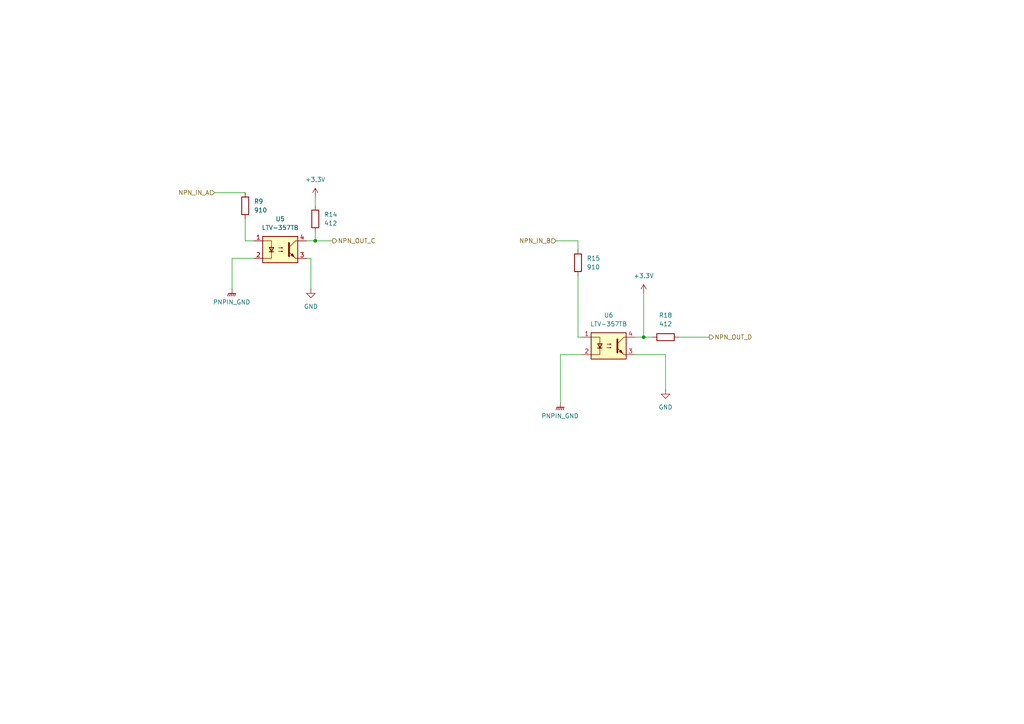
<source format=kicad_sch>
(kicad_sch
	(version 20250114)
	(generator "eeschema")
	(generator_version "9.0")
	(uuid "2c5eaa25-9f11-41e0-ab8b-c54f4512e3ef")
	(paper "A4")
	(lib_symbols
		(symbol "Device:R"
			(pin_numbers
				(hide yes)
			)
			(pin_names
				(offset 0)
			)
			(exclude_from_sim no)
			(in_bom yes)
			(on_board yes)
			(property "Reference" "R"
				(at 2.032 0 90)
				(effects
					(font
						(size 1.27 1.27)
					)
				)
			)
			(property "Value" "R"
				(at 0 0 90)
				(effects
					(font
						(size 1.27 1.27)
					)
				)
			)
			(property "Footprint" ""
				(at -1.778 0 90)
				(effects
					(font
						(size 1.27 1.27)
					)
					(hide yes)
				)
			)
			(property "Datasheet" "~"
				(at 0 0 0)
				(effects
					(font
						(size 1.27 1.27)
					)
					(hide yes)
				)
			)
			(property "Description" "Resistor"
				(at 0 0 0)
				(effects
					(font
						(size 1.27 1.27)
					)
					(hide yes)
				)
			)
			(property "ki_keywords" "R res resistor"
				(at 0 0 0)
				(effects
					(font
						(size 1.27 1.27)
					)
					(hide yes)
				)
			)
			(property "ki_fp_filters" "R_*"
				(at 0 0 0)
				(effects
					(font
						(size 1.27 1.27)
					)
					(hide yes)
				)
			)
			(symbol "R_0_1"
				(rectangle
					(start -1.016 -2.54)
					(end 1.016 2.54)
					(stroke
						(width 0.254)
						(type default)
					)
					(fill
						(type none)
					)
				)
			)
			(symbol "R_1_1"
				(pin passive line
					(at 0 3.81 270)
					(length 1.27)
					(name "~"
						(effects
							(font
								(size 1.27 1.27)
							)
						)
					)
					(number "1"
						(effects
							(font
								(size 1.27 1.27)
							)
						)
					)
				)
				(pin passive line
					(at 0 -3.81 90)
					(length 1.27)
					(name "~"
						(effects
							(font
								(size 1.27 1.27)
							)
						)
					)
					(number "2"
						(effects
							(font
								(size 1.27 1.27)
							)
						)
					)
				)
			)
			(embedded_fonts no)
		)
		(symbol "Isolator:LTV-357T"
			(pin_names
				(offset 1.016)
			)
			(exclude_from_sim no)
			(in_bom yes)
			(on_board yes)
			(property "Reference" "U"
				(at -5.334 4.826 0)
				(effects
					(font
						(size 1.27 1.27)
					)
					(justify left)
				)
			)
			(property "Value" "LTV-357T"
				(at 0 5.08 0)
				(effects
					(font
						(size 1.27 1.27)
					)
					(justify left)
				)
			)
			(property "Footprint" "Package_SO:SO-4_4.4x3.6mm_P2.54mm"
				(at -5.08 -5.08 0)
				(effects
					(font
						(size 1.27 1.27)
						(italic yes)
					)
					(justify left)
					(hide yes)
				)
			)
			(property "Datasheet" "https://www.buerklin.com/medias/sys_master/download/download/h91/ha0/8892020588574.pdf"
				(at 0 0 0)
				(effects
					(font
						(size 1.27 1.27)
					)
					(justify left)
					(hide yes)
				)
			)
			(property "Description" "DC Optocoupler, Vce 35V, CTR 50%, SO-4"
				(at 0 0 0)
				(effects
					(font
						(size 1.27 1.27)
					)
					(hide yes)
				)
			)
			(property "ki_keywords" "NPN DC Optocoupler"
				(at 0 0 0)
				(effects
					(font
						(size 1.27 1.27)
					)
					(hide yes)
				)
			)
			(property "ki_fp_filters" "SO*4.4x3.6mm*P2.54mm*"
				(at 0 0 0)
				(effects
					(font
						(size 1.27 1.27)
					)
					(hide yes)
				)
			)
			(symbol "LTV-357T_0_1"
				(rectangle
					(start -5.08 3.81)
					(end 5.08 -3.81)
					(stroke
						(width 0.254)
						(type default)
					)
					(fill
						(type background)
					)
				)
				(polyline
					(pts
						(xy -5.08 2.54) (xy -2.54 2.54) (xy -2.54 -0.762)
					)
					(stroke
						(width 0)
						(type default)
					)
					(fill
						(type none)
					)
				)
				(polyline
					(pts
						(xy -3.175 -0.635) (xy -1.905 -0.635)
					)
					(stroke
						(width 0.254)
						(type default)
					)
					(fill
						(type none)
					)
				)
				(polyline
					(pts
						(xy -2.54 -0.635) (xy -2.54 -2.54) (xy -5.08 -2.54)
					)
					(stroke
						(width 0)
						(type default)
					)
					(fill
						(type none)
					)
				)
				(polyline
					(pts
						(xy -2.54 -0.635) (xy -3.175 0.635) (xy -1.905 0.635) (xy -2.54 -0.635)
					)
					(stroke
						(width 0.254)
						(type default)
					)
					(fill
						(type none)
					)
				)
				(polyline
					(pts
						(xy -0.508 0.508) (xy 0.762 0.508) (xy 0.381 0.381) (xy 0.381 0.635) (xy 0.762 0.508)
					)
					(stroke
						(width 0)
						(type default)
					)
					(fill
						(type none)
					)
				)
				(polyline
					(pts
						(xy -0.508 -0.508) (xy 0.762 -0.508) (xy 0.381 -0.635) (xy 0.381 -0.381) (xy 0.762 -0.508)
					)
					(stroke
						(width 0)
						(type default)
					)
					(fill
						(type none)
					)
				)
				(polyline
					(pts
						(xy 2.54 1.905) (xy 2.54 -1.905) (xy 2.54 -1.905)
					)
					(stroke
						(width 0.508)
						(type default)
					)
					(fill
						(type none)
					)
				)
				(polyline
					(pts
						(xy 2.54 0.635) (xy 4.445 2.54)
					)
					(stroke
						(width 0)
						(type default)
					)
					(fill
						(type none)
					)
				)
				(polyline
					(pts
						(xy 3.048 -1.651) (xy 3.556 -1.143) (xy 4.064 -2.159) (xy 3.048 -1.651) (xy 3.048 -1.651)
					)
					(stroke
						(width 0)
						(type default)
					)
					(fill
						(type outline)
					)
				)
				(polyline
					(pts
						(xy 4.445 2.54) (xy 5.08 2.54)
					)
					(stroke
						(width 0)
						(type default)
					)
					(fill
						(type none)
					)
				)
				(polyline
					(pts
						(xy 4.445 -2.54) (xy 2.54 -0.635)
					)
					(stroke
						(width 0)
						(type default)
					)
					(fill
						(type outline)
					)
				)
				(polyline
					(pts
						(xy 4.445 -2.54) (xy 5.08 -2.54)
					)
					(stroke
						(width 0)
						(type default)
					)
					(fill
						(type none)
					)
				)
			)
			(symbol "LTV-357T_1_1"
				(pin passive line
					(at -7.62 2.54 0)
					(length 2.54)
					(name "~"
						(effects
							(font
								(size 1.27 1.27)
							)
						)
					)
					(number "1"
						(effects
							(font
								(size 1.27 1.27)
							)
						)
					)
				)
				(pin passive line
					(at -7.62 -2.54 0)
					(length 2.54)
					(name "~"
						(effects
							(font
								(size 1.27 1.27)
							)
						)
					)
					(number "2"
						(effects
							(font
								(size 1.27 1.27)
							)
						)
					)
				)
				(pin passive line
					(at 7.62 2.54 180)
					(length 2.54)
					(name "~"
						(effects
							(font
								(size 1.27 1.27)
							)
						)
					)
					(number "4"
						(effects
							(font
								(size 1.27 1.27)
							)
						)
					)
				)
				(pin passive line
					(at 7.62 -2.54 180)
					(length 2.54)
					(name "~"
						(effects
							(font
								(size 1.27 1.27)
							)
						)
					)
					(number "3"
						(effects
							(font
								(size 1.27 1.27)
							)
						)
					)
				)
			)
			(embedded_fonts no)
		)
		(symbol "power:+3.3V"
			(power)
			(pin_numbers
				(hide yes)
			)
			(pin_names
				(offset 0)
				(hide yes)
			)
			(exclude_from_sim no)
			(in_bom yes)
			(on_board yes)
			(property "Reference" "#PWR"
				(at 0 -3.81 0)
				(effects
					(font
						(size 1.27 1.27)
					)
					(hide yes)
				)
			)
			(property "Value" "+3.3V"
				(at 0 3.556 0)
				(effects
					(font
						(size 1.27 1.27)
					)
				)
			)
			(property "Footprint" ""
				(at 0 0 0)
				(effects
					(font
						(size 1.27 1.27)
					)
					(hide yes)
				)
			)
			(property "Datasheet" ""
				(at 0 0 0)
				(effects
					(font
						(size 1.27 1.27)
					)
					(hide yes)
				)
			)
			(property "Description" "Power symbol creates a global label with name \"+3.3V\""
				(at 0 0 0)
				(effects
					(font
						(size 1.27 1.27)
					)
					(hide yes)
				)
			)
			(property "ki_keywords" "global power"
				(at 0 0 0)
				(effects
					(font
						(size 1.27 1.27)
					)
					(hide yes)
				)
			)
			(symbol "+3.3V_0_1"
				(polyline
					(pts
						(xy -0.762 1.27) (xy 0 2.54)
					)
					(stroke
						(width 0)
						(type default)
					)
					(fill
						(type none)
					)
				)
				(polyline
					(pts
						(xy 0 2.54) (xy 0.762 1.27)
					)
					(stroke
						(width 0)
						(type default)
					)
					(fill
						(type none)
					)
				)
				(polyline
					(pts
						(xy 0 0) (xy 0 2.54)
					)
					(stroke
						(width 0)
						(type default)
					)
					(fill
						(type none)
					)
				)
			)
			(symbol "+3.3V_1_1"
				(pin power_in line
					(at 0 0 90)
					(length 0)
					(name "~"
						(effects
							(font
								(size 1.27 1.27)
							)
						)
					)
					(number "1"
						(effects
							(font
								(size 1.27 1.27)
							)
						)
					)
				)
			)
			(embedded_fonts no)
		)
		(symbol "power:GND"
			(power)
			(pin_numbers
				(hide yes)
			)
			(pin_names
				(offset 0)
				(hide yes)
			)
			(exclude_from_sim no)
			(in_bom yes)
			(on_board yes)
			(property "Reference" "#PWR"
				(at 0 -6.35 0)
				(effects
					(font
						(size 1.27 1.27)
					)
					(hide yes)
				)
			)
			(property "Value" "GND"
				(at 0 -3.81 0)
				(effects
					(font
						(size 1.27 1.27)
					)
				)
			)
			(property "Footprint" ""
				(at 0 0 0)
				(effects
					(font
						(size 1.27 1.27)
					)
					(hide yes)
				)
			)
			(property "Datasheet" ""
				(at 0 0 0)
				(effects
					(font
						(size 1.27 1.27)
					)
					(hide yes)
				)
			)
			(property "Description" "Power symbol creates a global label with name \"GND\" , ground"
				(at 0 0 0)
				(effects
					(font
						(size 1.27 1.27)
					)
					(hide yes)
				)
			)
			(property "ki_keywords" "global power"
				(at 0 0 0)
				(effects
					(font
						(size 1.27 1.27)
					)
					(hide yes)
				)
			)
			(symbol "GND_0_1"
				(polyline
					(pts
						(xy 0 0) (xy 0 -1.27) (xy 1.27 -1.27) (xy 0 -2.54) (xy -1.27 -1.27) (xy 0 -1.27)
					)
					(stroke
						(width 0)
						(type default)
					)
					(fill
						(type none)
					)
				)
			)
			(symbol "GND_1_1"
				(pin power_in line
					(at 0 0 270)
					(length 0)
					(name "~"
						(effects
							(font
								(size 1.27 1.27)
							)
						)
					)
					(number "1"
						(effects
							(font
								(size 1.27 1.27)
							)
						)
					)
				)
			)
			(embedded_fonts no)
		)
		(symbol "power:GNDPWR"
			(power)
			(pin_numbers
				(hide yes)
			)
			(pin_names
				(offset 0)
				(hide yes)
			)
			(exclude_from_sim no)
			(in_bom yes)
			(on_board yes)
			(property "Reference" "#PWR"
				(at 0 -5.08 0)
				(effects
					(font
						(size 1.27 1.27)
					)
					(hide yes)
				)
			)
			(property "Value" "GNDPWR"
				(at 0 -3.302 0)
				(effects
					(font
						(size 1.27 1.27)
					)
				)
			)
			(property "Footprint" ""
				(at 0 -1.27 0)
				(effects
					(font
						(size 1.27 1.27)
					)
					(hide yes)
				)
			)
			(property "Datasheet" ""
				(at 0 -1.27 0)
				(effects
					(font
						(size 1.27 1.27)
					)
					(hide yes)
				)
			)
			(property "Description" "Power symbol creates a global label with name \"GNDPWR\" , global ground"
				(at 0 0 0)
				(effects
					(font
						(size 1.27 1.27)
					)
					(hide yes)
				)
			)
			(property "ki_keywords" "global ground"
				(at 0 0 0)
				(effects
					(font
						(size 1.27 1.27)
					)
					(hide yes)
				)
			)
			(symbol "GNDPWR_0_1"
				(polyline
					(pts
						(xy -1.016 -1.27) (xy -1.27 -2.032) (xy -1.27 -2.032)
					)
					(stroke
						(width 0.2032)
						(type default)
					)
					(fill
						(type none)
					)
				)
				(polyline
					(pts
						(xy -0.508 -1.27) (xy -0.762 -2.032) (xy -0.762 -2.032)
					)
					(stroke
						(width 0.2032)
						(type default)
					)
					(fill
						(type none)
					)
				)
				(polyline
					(pts
						(xy 0 -1.27) (xy 0 0)
					)
					(stroke
						(width 0)
						(type default)
					)
					(fill
						(type none)
					)
				)
				(polyline
					(pts
						(xy 0 -1.27) (xy -0.254 -2.032) (xy -0.254 -2.032)
					)
					(stroke
						(width 0.2032)
						(type default)
					)
					(fill
						(type none)
					)
				)
				(polyline
					(pts
						(xy 0.508 -1.27) (xy 0.254 -2.032) (xy 0.254 -2.032)
					)
					(stroke
						(width 0.2032)
						(type default)
					)
					(fill
						(type none)
					)
				)
				(polyline
					(pts
						(xy 1.016 -1.27) (xy -1.016 -1.27) (xy -1.016 -1.27)
					)
					(stroke
						(width 0.2032)
						(type default)
					)
					(fill
						(type none)
					)
				)
				(polyline
					(pts
						(xy 1.016 -1.27) (xy 0.762 -2.032) (xy 0.762 -2.032) (xy 0.762 -2.032)
					)
					(stroke
						(width 0.2032)
						(type default)
					)
					(fill
						(type none)
					)
				)
			)
			(symbol "GNDPWR_1_1"
				(pin power_in line
					(at 0 0 270)
					(length 0)
					(name "~"
						(effects
							(font
								(size 1.27 1.27)
							)
						)
					)
					(number "1"
						(effects
							(font
								(size 1.27 1.27)
							)
						)
					)
				)
			)
			(embedded_fonts no)
		)
	)
	(junction
		(at 91.44 69.85)
		(diameter 0)
		(color 0 0 0 0)
		(uuid "781cb962-222a-473e-b23d-773c97de4571")
	)
	(junction
		(at 186.69 97.79)
		(diameter 0)
		(color 0 0 0 0)
		(uuid "f3fe7a17-85f4-48df-b093-b4ef1fad4972")
	)
	(wire
		(pts
			(xy 91.44 57.15) (xy 91.44 59.69)
		)
		(stroke
			(width 0)
			(type default)
		)
		(uuid "065fa259-dd4b-44a2-9cd9-edf39840287d")
	)
	(wire
		(pts
			(xy 90.17 83.82) (xy 90.17 74.93)
		)
		(stroke
			(width 0)
			(type default)
		)
		(uuid "24cda3b6-7b92-4ff8-b464-65ab420f85e3")
	)
	(wire
		(pts
			(xy 186.69 97.79) (xy 189.23 97.79)
		)
		(stroke
			(width 0)
			(type default)
		)
		(uuid "2ecfc529-0bbc-4e0d-a728-12b5c05ce126")
	)
	(wire
		(pts
			(xy 186.69 85.09) (xy 186.69 97.79)
		)
		(stroke
			(width 0)
			(type default)
		)
		(uuid "3e3dc0a0-0438-49a0-a84b-dcc63f1d0c92")
	)
	(wire
		(pts
			(xy 71.12 63.5) (xy 71.12 69.85)
		)
		(stroke
			(width 0)
			(type default)
		)
		(uuid "42028ef2-0d0e-4045-88ca-b5b5ca0a3dd3")
	)
	(wire
		(pts
			(xy 67.31 74.93) (xy 73.66 74.93)
		)
		(stroke
			(width 0)
			(type default)
		)
		(uuid "51c0456d-75b7-4f3b-884d-81029aa2f089")
	)
	(wire
		(pts
			(xy 88.9 74.93) (xy 90.17 74.93)
		)
		(stroke
			(width 0)
			(type default)
		)
		(uuid "63a34526-9e86-4694-9365-467d521594df")
	)
	(wire
		(pts
			(xy 167.64 69.85) (xy 161.29 69.85)
		)
		(stroke
			(width 0)
			(type default)
		)
		(uuid "6b2bca14-29b5-405e-a59a-f110f16cf689")
	)
	(wire
		(pts
			(xy 67.31 83.82) (xy 67.31 74.93)
		)
		(stroke
			(width 0)
			(type default)
		)
		(uuid "7b044938-d17a-4e59-972a-4d8dee1ca30c")
	)
	(wire
		(pts
			(xy 162.56 116.84) (xy 162.56 102.87)
		)
		(stroke
			(width 0)
			(type default)
		)
		(uuid "863410b2-bbac-4b02-8549-9e3bd34fb018")
	)
	(wire
		(pts
			(xy 71.12 69.85) (xy 73.66 69.85)
		)
		(stroke
			(width 0)
			(type default)
		)
		(uuid "90b6ff1f-2a77-42d4-b2b2-c6dd6f814342")
	)
	(wire
		(pts
			(xy 91.44 69.85) (xy 96.52 69.85)
		)
		(stroke
			(width 0)
			(type default)
		)
		(uuid "94fb162a-af45-4b17-8195-9353d2e1638c")
	)
	(wire
		(pts
			(xy 162.56 102.87) (xy 168.91 102.87)
		)
		(stroke
			(width 0)
			(type default)
		)
		(uuid "9aaaadd1-5525-4c42-ad9b-b5342ab51b4e")
	)
	(wire
		(pts
			(xy 193.04 113.03) (xy 193.04 102.87)
		)
		(stroke
			(width 0)
			(type default)
		)
		(uuid "acca4cb2-c764-40ef-8885-9c63f50fa713")
	)
	(wire
		(pts
			(xy 91.44 69.85) (xy 91.44 67.31)
		)
		(stroke
			(width 0)
			(type default)
		)
		(uuid "b48ee67e-b311-481c-925e-bbc5972a5694")
	)
	(wire
		(pts
			(xy 88.9 69.85) (xy 91.44 69.85)
		)
		(stroke
			(width 0)
			(type default)
		)
		(uuid "b8ed6416-9fa6-4a1d-9c42-eebf041a59c8")
	)
	(wire
		(pts
			(xy 184.15 102.87) (xy 193.04 102.87)
		)
		(stroke
			(width 0)
			(type default)
		)
		(uuid "c3d688bc-11cf-4596-b79d-5cb0217decaf")
	)
	(wire
		(pts
			(xy 62.23 55.88) (xy 71.12 55.88)
		)
		(stroke
			(width 0)
			(type default)
		)
		(uuid "cca70282-4258-4600-baa5-2ff95de528df")
	)
	(wire
		(pts
			(xy 167.64 72.39) (xy 167.64 69.85)
		)
		(stroke
			(width 0)
			(type default)
		)
		(uuid "e09b0620-7a4f-43e9-a1fe-448d80f0e9a5")
	)
	(wire
		(pts
			(xy 184.15 97.79) (xy 186.69 97.79)
		)
		(stroke
			(width 0)
			(type default)
		)
		(uuid "e5471ebc-319e-4441-85f1-8513cde81a0c")
	)
	(wire
		(pts
			(xy 167.64 97.79) (xy 168.91 97.79)
		)
		(stroke
			(width 0)
			(type default)
		)
		(uuid "ea22c1ea-ffb5-4909-9c72-d98c8e5071d9")
	)
	(wire
		(pts
			(xy 167.64 80.01) (xy 167.64 97.79)
		)
		(stroke
			(width 0)
			(type default)
		)
		(uuid "ecdbbd15-4e05-433b-94be-0ea8b36d9694")
	)
	(wire
		(pts
			(xy 196.85 97.79) (xy 205.74 97.79)
		)
		(stroke
			(width 0)
			(type default)
		)
		(uuid "f797cbf5-960b-4272-a78d-96d22c6321d2")
	)
	(hierarchical_label "NPN_IN_A"
		(shape input)
		(at 62.23 55.88 180)
		(effects
			(font
				(size 1.27 1.27)
			)
			(justify right)
		)
		(uuid "37bfca00-bd91-4d21-8223-ad81ffbe5dd2")
	)
	(hierarchical_label "NPN_OUT_C"
		(shape output)
		(at 96.52 69.85 0)
		(effects
			(font
				(size 1.27 1.27)
			)
			(justify left)
		)
		(uuid "6b62534c-f560-4277-994c-e84fe17a860f")
	)
	(hierarchical_label "NPN_OUT_D"
		(shape output)
		(at 205.74 97.79 0)
		(effects
			(font
				(size 1.27 1.27)
			)
			(justify left)
		)
		(uuid "e54045c4-20cd-4c25-bb54-2a59ae35fad0")
	)
	(hierarchical_label "NPN_IN_B"
		(shape input)
		(at 161.29 69.85 180)
		(effects
			(font
				(size 1.27 1.27)
			)
			(justify right)
		)
		(uuid "f3389aea-8d14-40ac-8d16-bd0088992e94")
	)
	(symbol
		(lib_id "power:GND")
		(at 90.17 83.82 0)
		(unit 1)
		(exclude_from_sim no)
		(in_bom yes)
		(on_board yes)
		(dnp no)
		(fields_autoplaced yes)
		(uuid "311da946-0671-4199-9a6c-a7cf84d957cb")
		(property "Reference" "#PWR035"
			(at 90.17 90.17 0)
			(effects
				(font
					(size 1.27 1.27)
				)
				(hide yes)
			)
		)
		(property "Value" "GND"
			(at 90.17 88.9 0)
			(effects
				(font
					(size 1.27 1.27)
				)
			)
		)
		(property "Footprint" ""
			(at 90.17 83.82 0)
			(effects
				(font
					(size 1.27 1.27)
				)
				(hide yes)
			)
		)
		(property "Datasheet" ""
			(at 90.17 83.82 0)
			(effects
				(font
					(size 1.27 1.27)
				)
				(hide yes)
			)
		)
		(property "Description" "Power symbol creates a global label with name \"GND\" , ground"
			(at 90.17 83.82 0)
			(effects
				(font
					(size 1.27 1.27)
				)
				(hide yes)
			)
		)
		(pin "1"
			(uuid "b8ff4c25-2a54-4c76-beae-ac2311e4084c")
		)
		(instances
			(project "NIVARA PROJECT"
				(path "/dc6fb271-dfd0-4448-98f1-862b1cc93a80/2ca62569-d560-4cca-9470-52fd378086ae/b63deb75-2d87-4a03-899b-8c4e00e95645"
					(reference "#PWR035")
					(unit 1)
				)
			)
		)
	)
	(symbol
		(lib_id "Isolator:LTV-357T")
		(at 176.53 100.33 0)
		(unit 1)
		(exclude_from_sim no)
		(in_bom yes)
		(on_board yes)
		(dnp no)
		(fields_autoplaced yes)
		(uuid "362914e0-9871-4c45-bd37-0121fb7c1e75")
		(property "Reference" "U6"
			(at 176.53 91.44 0)
			(effects
				(font
					(size 1.27 1.27)
				)
			)
		)
		(property "Value" "LTV-357TB"
			(at 176.53 93.98 0)
			(effects
				(font
					(size 1.27 1.27)
				)
			)
		)
		(property "Footprint" "Package_SO:SO-4_4.4x3.6mm_P2.54mm"
			(at 171.45 105.41 0)
			(effects
				(font
					(size 1.27 1.27)
					(italic yes)
				)
				(justify left)
				(hide yes)
			)
		)
		(property "Datasheet" "https://www.buerklin.com/medias/sys_master/download/download/h91/ha0/8892020588574.pdf"
			(at 176.53 100.33 0)
			(effects
				(font
					(size 1.27 1.27)
				)
				(justify left)
				(hide yes)
			)
		)
		(property "Description" "DC Optocoupler, Vce 35V, CTR 50%, SO-4"
			(at 176.53 100.33 0)
			(effects
				(font
					(size 1.27 1.27)
				)
				(hide yes)
			)
		)
		(pin "3"
			(uuid "da96d5ff-ec6a-4385-b1e8-9953b3024e06")
		)
		(pin "1"
			(uuid "0b086674-9503-4d90-bb85-763ece164b31")
		)
		(pin "2"
			(uuid "c61e6e70-46bb-4534-ae1e-d5f38f844302")
		)
		(pin "4"
			(uuid "80d28f3b-55ee-4e82-b2a7-faeeab65ec48")
		)
		(instances
			(project "NIVARA PROJECT"
				(path "/dc6fb271-dfd0-4448-98f1-862b1cc93a80/2ca62569-d560-4cca-9470-52fd378086ae/b63deb75-2d87-4a03-899b-8c4e00e95645"
					(reference "U6")
					(unit 1)
				)
			)
		)
	)
	(symbol
		(lib_id "Device:R")
		(at 71.12 59.69 0)
		(unit 1)
		(exclude_from_sim no)
		(in_bom yes)
		(on_board yes)
		(dnp no)
		(fields_autoplaced yes)
		(uuid "3e52b149-482e-40cc-a499-46f6b2bec5b5")
		(property "Reference" "R9"
			(at 73.66 58.4199 0)
			(effects
				(font
					(size 1.27 1.27)
				)
				(justify left)
			)
		)
		(property "Value" "910"
			(at 73.66 60.9599 0)
			(effects
				(font
					(size 1.27 1.27)
				)
				(justify left)
			)
		)
		(property "Footprint" ""
			(at 69.342 59.69 90)
			(effects
				(font
					(size 1.27 1.27)
				)
				(hide yes)
			)
		)
		(property "Datasheet" "~"
			(at 71.12 59.69 0)
			(effects
				(font
					(size 1.27 1.27)
				)
				(hide yes)
			)
		)
		(property "Description" "Resistor"
			(at 71.12 59.69 0)
			(effects
				(font
					(size 1.27 1.27)
				)
				(hide yes)
			)
		)
		(pin "2"
			(uuid "453071ec-639a-4144-9d6a-59f7ba5156e3")
		)
		(pin "1"
			(uuid "c46f2032-238c-4a23-952b-a894502f4be3")
		)
		(instances
			(project "NIVARA PROJECT"
				(path "/dc6fb271-dfd0-4448-98f1-862b1cc93a80/2ca62569-d560-4cca-9470-52fd378086ae/b63deb75-2d87-4a03-899b-8c4e00e95645"
					(reference "R9")
					(unit 1)
				)
			)
		)
	)
	(symbol
		(lib_id "power:+3.3V")
		(at 91.44 57.15 0)
		(unit 1)
		(exclude_from_sim no)
		(in_bom yes)
		(on_board yes)
		(dnp no)
		(fields_autoplaced yes)
		(uuid "55be73c6-1a52-4629-8f34-c7877f3a866f")
		(property "Reference" "#PWR036"
			(at 91.44 60.96 0)
			(effects
				(font
					(size 1.27 1.27)
				)
				(hide yes)
			)
		)
		(property "Value" "+3.3V"
			(at 91.44 52.07 0)
			(effects
				(font
					(size 1.27 1.27)
				)
			)
		)
		(property "Footprint" ""
			(at 91.44 57.15 0)
			(effects
				(font
					(size 1.27 1.27)
				)
				(hide yes)
			)
		)
		(property "Datasheet" ""
			(at 91.44 57.15 0)
			(effects
				(font
					(size 1.27 1.27)
				)
				(hide yes)
			)
		)
		(property "Description" "Power symbol creates a global label with name \"+3.3V\""
			(at 91.44 57.15 0)
			(effects
				(font
					(size 1.27 1.27)
				)
				(hide yes)
			)
		)
		(pin "1"
			(uuid "20b7d824-1bbc-47e1-be62-33aeb0a2c2e5")
		)
		(instances
			(project "NIVARA PROJECT"
				(path "/dc6fb271-dfd0-4448-98f1-862b1cc93a80/2ca62569-d560-4cca-9470-52fd378086ae/b63deb75-2d87-4a03-899b-8c4e00e95645"
					(reference "#PWR036")
					(unit 1)
				)
			)
		)
	)
	(symbol
		(lib_id "Device:R")
		(at 193.04 97.79 270)
		(unit 1)
		(exclude_from_sim no)
		(in_bom yes)
		(on_board yes)
		(dnp no)
		(fields_autoplaced yes)
		(uuid "7fc5a257-fbe7-4541-aa31-d9711cf8ecdf")
		(property "Reference" "R18"
			(at 193.04 91.44 90)
			(effects
				(font
					(size 1.27 1.27)
				)
			)
		)
		(property "Value" "412"
			(at 193.04 93.98 90)
			(effects
				(font
					(size 1.27 1.27)
				)
			)
		)
		(property "Footprint" ""
			(at 193.04 96.012 90)
			(effects
				(font
					(size 1.27 1.27)
				)
				(hide yes)
			)
		)
		(property "Datasheet" "~"
			(at 193.04 97.79 0)
			(effects
				(font
					(size 1.27 1.27)
				)
				(hide yes)
			)
		)
		(property "Description" "Resistor"
			(at 193.04 97.79 0)
			(effects
				(font
					(size 1.27 1.27)
				)
				(hide yes)
			)
		)
		(pin "1"
			(uuid "c2d1e46e-82a5-4d5b-8220-472c5a4e2983")
		)
		(pin "2"
			(uuid "7addb14f-120b-497f-9bca-8c751eba7ae1")
		)
		(instances
			(project "NIVARA PROJECT"
				(path "/dc6fb271-dfd0-4448-98f1-862b1cc93a80/2ca62569-d560-4cca-9470-52fd378086ae/b63deb75-2d87-4a03-899b-8c4e00e95645"
					(reference "R18")
					(unit 1)
				)
			)
		)
	)
	(symbol
		(lib_id "power:+3.3V")
		(at 186.69 85.09 0)
		(unit 1)
		(exclude_from_sim no)
		(in_bom yes)
		(on_board yes)
		(dnp no)
		(fields_autoplaced yes)
		(uuid "84fc46fb-49ee-4358-8e75-aef665074da3")
		(property "Reference" "#PWR038"
			(at 186.69 88.9 0)
			(effects
				(font
					(size 1.27 1.27)
				)
				(hide yes)
			)
		)
		(property "Value" "+3.3V"
			(at 186.69 80.01 0)
			(effects
				(font
					(size 1.27 1.27)
				)
			)
		)
		(property "Footprint" ""
			(at 186.69 85.09 0)
			(effects
				(font
					(size 1.27 1.27)
				)
				(hide yes)
			)
		)
		(property "Datasheet" ""
			(at 186.69 85.09 0)
			(effects
				(font
					(size 1.27 1.27)
				)
				(hide yes)
			)
		)
		(property "Description" "Power symbol creates a global label with name \"+3.3V\""
			(at 186.69 85.09 0)
			(effects
				(font
					(size 1.27 1.27)
				)
				(hide yes)
			)
		)
		(pin "1"
			(uuid "bc1840d6-6ed8-4da4-b68a-32ce631b4d25")
		)
		(instances
			(project "NIVARA PROJECT"
				(path "/dc6fb271-dfd0-4448-98f1-862b1cc93a80/2ca62569-d560-4cca-9470-52fd378086ae/b63deb75-2d87-4a03-899b-8c4e00e95645"
					(reference "#PWR038")
					(unit 1)
				)
			)
		)
	)
	(symbol
		(lib_id "Isolator:LTV-357T")
		(at 81.28 72.39 0)
		(unit 1)
		(exclude_from_sim no)
		(in_bom yes)
		(on_board yes)
		(dnp no)
		(fields_autoplaced yes)
		(uuid "868a770d-92bc-48a8-b61b-40ce9fcd4c24")
		(property "Reference" "U5"
			(at 81.28 63.5 0)
			(effects
				(font
					(size 1.27 1.27)
				)
			)
		)
		(property "Value" "LTV-357TB"
			(at 81.28 66.04 0)
			(effects
				(font
					(size 1.27 1.27)
				)
			)
		)
		(property "Footprint" "Package_SO:SO-4_4.4x3.6mm_P2.54mm"
			(at 76.2 77.47 0)
			(effects
				(font
					(size 1.27 1.27)
					(italic yes)
				)
				(justify left)
				(hide yes)
			)
		)
		(property "Datasheet" "https://www.buerklin.com/medias/sys_master/download/download/h91/ha0/8892020588574.pdf"
			(at 81.28 72.39 0)
			(effects
				(font
					(size 1.27 1.27)
				)
				(justify left)
				(hide yes)
			)
		)
		(property "Description" "DC Optocoupler, Vce 35V, CTR 50%, SO-4"
			(at 81.28 72.39 0)
			(effects
				(font
					(size 1.27 1.27)
				)
				(hide yes)
			)
		)
		(pin "3"
			(uuid "a87efdc5-0456-402c-bcf6-b119cc638a3f")
		)
		(pin "1"
			(uuid "c0b315ce-785c-4539-b737-317bae1b5c07")
		)
		(pin "2"
			(uuid "0dabfbcd-a0ad-470d-bf88-2572ad11f14b")
		)
		(pin "4"
			(uuid "40b16259-4db9-42a8-99c7-d1b4a391c135")
		)
		(instances
			(project "NIVARA PROJECT"
				(path "/dc6fb271-dfd0-4448-98f1-862b1cc93a80/2ca62569-d560-4cca-9470-52fd378086ae/b63deb75-2d87-4a03-899b-8c4e00e95645"
					(reference "U5")
					(unit 1)
				)
			)
		)
	)
	(symbol
		(lib_id "power:GNDPWR")
		(at 67.31 83.82 0)
		(unit 1)
		(exclude_from_sim no)
		(in_bom yes)
		(on_board yes)
		(dnp no)
		(fields_autoplaced yes)
		(uuid "a9d6dadb-1733-4c81-91c0-d214acfeeb9f")
		(property "Reference" "#PWR034"
			(at 67.31 88.9 0)
			(effects
				(font
					(size 1.27 1.27)
				)
				(hide yes)
			)
		)
		(property "Value" "PNPIN_GND"
			(at 67.183 87.63 0)
			(effects
				(font
					(size 1.27 1.27)
				)
			)
		)
		(property "Footprint" ""
			(at 67.31 85.09 0)
			(effects
				(font
					(size 1.27 1.27)
				)
				(hide yes)
			)
		)
		(property "Datasheet" ""
			(at 67.31 85.09 0)
			(effects
				(font
					(size 1.27 1.27)
				)
				(hide yes)
			)
		)
		(property "Description" "Power symbol creates a global label with name \"GNDPWR\" , global ground"
			(at 67.31 83.82 0)
			(effects
				(font
					(size 1.27 1.27)
				)
				(hide yes)
			)
		)
		(pin "1"
			(uuid "bb5c5495-1e19-4e62-b5db-388f70b027db")
		)
		(instances
			(project "NIVARA PROJECT"
				(path "/dc6fb271-dfd0-4448-98f1-862b1cc93a80/2ca62569-d560-4cca-9470-52fd378086ae/b63deb75-2d87-4a03-899b-8c4e00e95645"
					(reference "#PWR034")
					(unit 1)
				)
			)
		)
	)
	(symbol
		(lib_id "Device:R")
		(at 91.44 63.5 180)
		(unit 1)
		(exclude_from_sim no)
		(in_bom yes)
		(on_board yes)
		(dnp no)
		(fields_autoplaced yes)
		(uuid "cd737c57-ccb6-4ee2-8260-abe1b3a229e4")
		(property "Reference" "R14"
			(at 93.98 62.2299 0)
			(effects
				(font
					(size 1.27 1.27)
				)
				(justify right)
			)
		)
		(property "Value" "412"
			(at 93.98 64.7699 0)
			(effects
				(font
					(size 1.27 1.27)
				)
				(justify right)
			)
		)
		(property "Footprint" ""
			(at 93.218 63.5 90)
			(effects
				(font
					(size 1.27 1.27)
				)
				(hide yes)
			)
		)
		(property "Datasheet" "~"
			(at 91.44 63.5 0)
			(effects
				(font
					(size 1.27 1.27)
				)
				(hide yes)
			)
		)
		(property "Description" "Resistor"
			(at 91.44 63.5 0)
			(effects
				(font
					(size 1.27 1.27)
				)
				(hide yes)
			)
		)
		(pin "1"
			(uuid "c9ecfd6b-3f9f-49d2-85db-94f511664b75")
		)
		(pin "2"
			(uuid "31cac4a7-126f-4114-a278-718d70274e71")
		)
		(instances
			(project "NIVARA PROJECT"
				(path "/dc6fb271-dfd0-4448-98f1-862b1cc93a80/2ca62569-d560-4cca-9470-52fd378086ae/b63deb75-2d87-4a03-899b-8c4e00e95645"
					(reference "R14")
					(unit 1)
				)
			)
		)
	)
	(symbol
		(lib_id "power:GNDPWR")
		(at 162.56 116.84 0)
		(unit 1)
		(exclude_from_sim no)
		(in_bom yes)
		(on_board yes)
		(dnp no)
		(fields_autoplaced yes)
		(uuid "d142a5be-488d-4974-8f4d-27c6aac2025b")
		(property "Reference" "#PWR037"
			(at 162.56 121.92 0)
			(effects
				(font
					(size 1.27 1.27)
				)
				(hide yes)
			)
		)
		(property "Value" "PNPIN_GND"
			(at 162.433 120.65 0)
			(effects
				(font
					(size 1.27 1.27)
				)
			)
		)
		(property "Footprint" ""
			(at 162.56 118.11 0)
			(effects
				(font
					(size 1.27 1.27)
				)
				(hide yes)
			)
		)
		(property "Datasheet" ""
			(at 162.56 118.11 0)
			(effects
				(font
					(size 1.27 1.27)
				)
				(hide yes)
			)
		)
		(property "Description" "Power symbol creates a global label with name \"GNDPWR\" , global ground"
			(at 162.56 116.84 0)
			(effects
				(font
					(size 1.27 1.27)
				)
				(hide yes)
			)
		)
		(pin "1"
			(uuid "d8ad316f-14ca-4e85-824c-f6a33ead7311")
		)
		(instances
			(project "NIVARA PROJECT"
				(path "/dc6fb271-dfd0-4448-98f1-862b1cc93a80/2ca62569-d560-4cca-9470-52fd378086ae/b63deb75-2d87-4a03-899b-8c4e00e95645"
					(reference "#PWR037")
					(unit 1)
				)
			)
		)
	)
	(symbol
		(lib_id "power:GND")
		(at 193.04 113.03 0)
		(unit 1)
		(exclude_from_sim no)
		(in_bom yes)
		(on_board yes)
		(dnp no)
		(fields_autoplaced yes)
		(uuid "e05a694a-d168-4f0c-858d-59c2613a69f3")
		(property "Reference" "#PWR039"
			(at 193.04 119.38 0)
			(effects
				(font
					(size 1.27 1.27)
				)
				(hide yes)
			)
		)
		(property "Value" "GND"
			(at 193.04 118.11 0)
			(effects
				(font
					(size 1.27 1.27)
				)
			)
		)
		(property "Footprint" ""
			(at 193.04 113.03 0)
			(effects
				(font
					(size 1.27 1.27)
				)
				(hide yes)
			)
		)
		(property "Datasheet" ""
			(at 193.04 113.03 0)
			(effects
				(font
					(size 1.27 1.27)
				)
				(hide yes)
			)
		)
		(property "Description" "Power symbol creates a global label with name \"GND\" , ground"
			(at 193.04 113.03 0)
			(effects
				(font
					(size 1.27 1.27)
				)
				(hide yes)
			)
		)
		(pin "1"
			(uuid "c22c76b3-4b21-434e-ae6f-c5aa3671d274")
		)
		(instances
			(project "NIVARA PROJECT"
				(path "/dc6fb271-dfd0-4448-98f1-862b1cc93a80/2ca62569-d560-4cca-9470-52fd378086ae/b63deb75-2d87-4a03-899b-8c4e00e95645"
					(reference "#PWR039")
					(unit 1)
				)
			)
		)
	)
	(symbol
		(lib_id "Device:R")
		(at 167.64 76.2 0)
		(unit 1)
		(exclude_from_sim no)
		(in_bom yes)
		(on_board yes)
		(dnp no)
		(fields_autoplaced yes)
		(uuid "fba351c3-01f6-4160-b68c-49f351eb14d6")
		(property "Reference" "R15"
			(at 170.18 74.9299 0)
			(effects
				(font
					(size 1.27 1.27)
				)
				(justify left)
			)
		)
		(property "Value" "910"
			(at 170.18 77.4699 0)
			(effects
				(font
					(size 1.27 1.27)
				)
				(justify left)
			)
		)
		(property "Footprint" "Resistor_SMD:R_0603_1608Metric"
			(at 165.862 76.2 90)
			(effects
				(font
					(size 1.27 1.27)
				)
				(hide yes)
			)
		)
		(property "Datasheet" "~"
			(at 167.64 76.2 0)
			(effects
				(font
					(size 1.27 1.27)
				)
				(hide yes)
			)
		)
		(property "Description" "Resistor"
			(at 167.64 76.2 0)
			(effects
				(font
					(size 1.27 1.27)
				)
				(hide yes)
			)
		)
		(property "LCSC#" "C114670"
			(at 167.64 76.2 90)
			(effects
				(font
					(size 1.27 1.27)
				)
				(hide yes)
			)
		)
		(pin "1"
			(uuid "2836d17e-a763-4c7d-a6eb-ef64793110fa")
		)
		(pin "2"
			(uuid "46cbe3c6-33d5-4be2-b84c-3fa555b28c59")
		)
		(instances
			(project "NIVARA PROJECT"
				(path "/dc6fb271-dfd0-4448-98f1-862b1cc93a80/2ca62569-d560-4cca-9470-52fd378086ae/b63deb75-2d87-4a03-899b-8c4e00e95645"
					(reference "R15")
					(unit 1)
				)
			)
		)
	)
)

</source>
